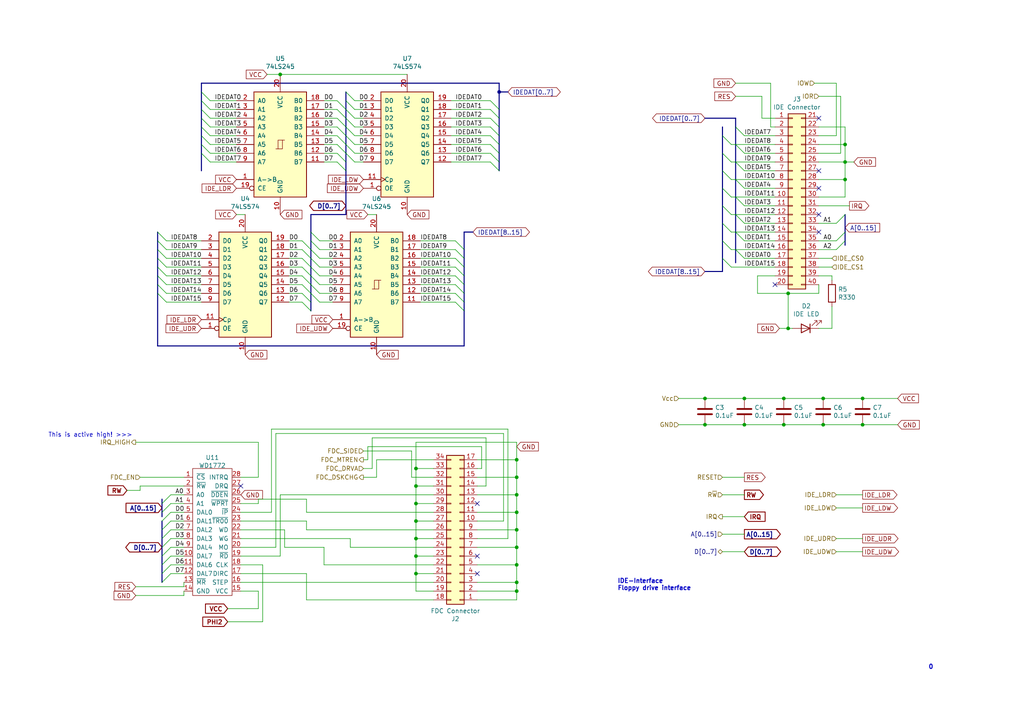
<source format=kicad_sch>
(kicad_sch (version 20231120) (generator "eeschema") (generator_version "8.0")
  (paper "A4")
  (lib_symbols
    (symbol "74xx:74LS245" (pin_names (offset 1.016))
      (property "Reference" "U" (at -7.62 16.51 0))
      (property "Value" "74LS245" (at -7.62 -16.51 0))
      (symbol "74LS245_1_0"
        (pin input line (at -12.7 -10.16 0) (length 5.08) (name "A->B") (number "1"))
        (pin power_in line (at 0 -20.32 90) (length 5.08) (name "GND") (number "10"))
        (pin tri_state line (at 12.7 -5.08 180) (length 5.08) (name "B7") (number "11"))
        (pin tri_state line (at 12.7 -2.54 180) (length 5.08) (name "B6") (number "12"))
        (pin tri_state line (at 12.7 0 180) (length 5.08) (name "B5") (number "13"))
        (pin tri_state line (at 12.7 2.54 180) (length 5.08) (name "B4") (number "14"))
        (pin tri_state line (at 12.7 5.08 180) (length 5.08) (name "B3") (number "15"))
        (pin tri_state line (at 12.7 7.62 180) (length 5.08) (name "B2") (number "16"))
        (pin tri_state line (at 12.7 10.16 180) (length 5.08) (name "B1") (number "17"))
        (pin tri_state line (at 12.7 12.7 180) (length 5.08) (name "B0") (number "18"))
        (pin input inverted (at -12.7 -12.7 0) (length 5.08) (name "CE") (number "19"))
        (pin tri_state line (at -12.7 12.7 0) (length 5.08) (name "A0") (number "2"))
        (pin power_in line (at 0 20.32 270) (length 5.08) (name "VCC") (number "20"))
        (pin tri_state line (at -12.7 10.16 0) (length 5.08) (name "A1") (number "3"))
        (pin tri_state line (at -12.7 7.62 0) (length 5.08) (name "A2") (number "4"))
        (pin tri_state line (at -12.7 5.08 0) (length 5.08) (name "A3") (number "5"))
        (pin tri_state line (at -12.7 2.54 0) (length 5.08) (name "A4") (number "6"))
        (pin tri_state line (at -12.7 0 0) (length 5.08) (name "A5") (number "7"))
        (pin tri_state line (at -12.7 -2.54 0) (length 5.08) (name "A6") (number "8"))
        (pin tri_state line (at -12.7 -5.08 0) (length 5.08) (name "A7") (number "9"))
      )
    )
    (symbol "74xx:74LS574" (pin_names (offset 1.016))
      (property "Reference" "U" (at -7.62 16.51 0))
      (property "Value" "74LS574" (at -7.62 -16.51 0))
      (symbol "74LS574_1_0"
        (pin input inverted (at -12.7 -12.7 0) (length 5.08) (name "OE") (number "1"))
        (pin power_in line (at 0 -20.32 90) (length 5.08) (name "GND") (number "10"))
        (pin input clock (at -12.7 -10.16 0) (length 5.08) (name "Cp") (number "11"))
        (pin tri_state line (at 12.7 -5.08 180) (length 5.08) (name "Q7") (number "12"))
        (pin tri_state line (at 12.7 -2.54 180) (length 5.08) (name "Q6") (number "13"))
        (pin tri_state line (at 12.7 0 180) (length 5.08) (name "Q5") (number "14"))
        (pin tri_state line (at 12.7 2.54 180) (length 5.08) (name "Q4") (number "15"))
        (pin tri_state line (at 12.7 5.08 180) (length 5.08) (name "Q3") (number "16"))
        (pin tri_state line (at 12.7 7.62 180) (length 5.08) (name "Q2") (number "17"))
        (pin tri_state line (at 12.7 10.16 180) (length 5.08) (name "Q1") (number "18"))
        (pin tri_state line (at 12.7 12.7 180) (length 5.08) (name "Q0") (number "19"))
        (pin input line (at -12.7 12.7 0) (length 5.08) (name "D0") (number "2"))
        (pin power_in line (at 0 20.32 270) (length 5.08) (name "VCC") (number "20"))
        (pin input line (at -12.7 10.16 0) (length 5.08) (name "D1") (number "3"))
        (pin input line (at -12.7 7.62 0) (length 5.08) (name "D2") (number "4"))
        (pin input line (at -12.7 5.08 0) (length 5.08) (name "D3") (number "5"))
        (pin input line (at -12.7 2.54 0) (length 5.08) (name "D4") (number "6"))
        (pin input line (at -12.7 0 0) (length 5.08) (name "D5") (number "7"))
        (pin input line (at -12.7 -2.54 0) (length 5.08) (name "D6") (number "8"))
        (pin input line (at -12.7 -5.08 0) (length 5.08) (name "D7") (number "9"))
      )
    )
    (symbol "Connector_Generic:Conn_02x17_Top_Bottom" (pin_names (offset 1.016) hide)
      (property "Reference" "J" (at 1.27 22.86 0))
      (property "Value" "Conn_02x17_Top_Bottom" (at 1.27 -22.86 0))
      (symbol "Conn_02x17_Top_Bottom_1_1"
        (pin passive line (at -5.08 20.32 0) (length 3.81) (name "Pin_1") (number "1"))
        (pin passive line (at -5.08 -2.54 0) (length 3.81) (name "Pin_10") (number "10"))
        (pin passive line (at -5.08 -5.08 0) (length 3.81) (name "Pin_11") (number "11"))
        (pin passive line (at -5.08 -7.62 0) (length 3.81) (name "Pin_12") (number "12"))
        (pin passive line (at -5.08 -10.16 0) (length 3.81) (name "Pin_13") (number "13"))
        (pin passive line (at -5.08 -12.7 0) (length 3.81) (name "Pin_14") (number "14"))
        (pin passive line (at -5.08 -15.24 0) (length 3.81) (name "Pin_15") (number "15"))
        (pin passive line (at -5.08 -17.78 0) (length 3.81) (name "Pin_16") (number "16"))
        (pin passive line (at -5.08 -20.32 0) (length 3.81) (name "Pin_17") (number "17"))
        (pin passive line (at 7.62 20.32 180) (length 3.81) (name "Pin_18") (number "18"))
        (pin passive line (at 7.62 17.78 180) (length 3.81) (name "Pin_19") (number "19"))
        (pin passive line (at -5.08 17.78 0) (length 3.81) (name "Pin_2") (number "2"))
        (pin passive line (at 7.62 15.24 180) (length 3.81) (name "Pin_20") (number "20"))
        (pin passive line (at 7.62 12.7 180) (length 3.81) (name "Pin_21") (number "21"))
        (pin passive line (at 7.62 10.16 180) (length 3.81) (name "Pin_22") (number "22"))
        (pin passive line (at 7.62 7.62 180) (length 3.81) (name "Pin_23") (number "23"))
        (pin passive line (at 7.62 5.08 180) (length 3.81) (name "Pin_24") (number "24"))
        (pin passive line (at 7.62 2.54 180) (length 3.81) (name "Pin_25") (number "25"))
        (pin passive line (at 7.62 0 180) (length 3.81) (name "Pin_26") (number "26"))
        (pin passive line (at 7.62 -2.54 180) (length 3.81) (name "Pin_27") (number "27"))
        (pin passive line (at 7.62 -5.08 180) (length 3.81) (name "Pin_28") (number "28"))
        (pin passive line (at 7.62 -7.62 180) (length 3.81) (name "Pin_29") (number "29"))
        (pin passive line (at -5.08 15.24 0) (length 3.81) (name "Pin_3") (number "3"))
        (pin passive line (at 7.62 -10.16 180) (length 3.81) (name "Pin_30") (number "30"))
        (pin passive line (at 7.62 -12.7 180) (length 3.81) (name "Pin_31") (number "31"))
        (pin passive line (at 7.62 -15.24 180) (length 3.81) (name "Pin_32") (number "32"))
        (pin passive line (at 7.62 -17.78 180) (length 3.81) (name "Pin_33") (number "33"))
        (pin passive line (at 7.62 -20.32 180) (length 3.81) (name "Pin_34") (number "34"))
        (pin passive line (at -5.08 12.7 0) (length 3.81) (name "Pin_4") (number "4"))
        (pin passive line (at -5.08 10.16 0) (length 3.81) (name "Pin_5") (number "5"))
        (pin passive line (at -5.08 7.62 0) (length 3.81) (name "Pin_6") (number "6"))
        (pin passive line (at -5.08 5.08 0) (length 3.81) (name "Pin_7") (number "7"))
        (pin passive line (at -5.08 2.54 0) (length 3.81) (name "Pin_8") (number "8"))
        (pin passive line (at -5.08 0 0) (length 3.81) (name "Pin_9") (number "9"))
      )
    )
    (symbol "Connector_Generic:Conn_02x20_Top_Bottom" (pin_names (offset 1.016) hide)
      (property "Reference" "J" (at 1.27 25.4 0))
      (property "Value" "Conn_02x20_Top_Bottom" (at 1.27 -27.94 0))
      (symbol "Conn_02x20_Top_Bottom_1_1"
        (pin passive line (at -5.08 22.86 0) (length 3.81) (name "Pin_1") (number "1"))
        (pin passive line (at -5.08 0 0) (length 3.81) (name "Pin_10") (number "10"))
        (pin passive line (at -5.08 -2.54 0) (length 3.81) (name "Pin_11") (number "11"))
        (pin passive line (at -5.08 -5.08 0) (length 3.81) (name "Pin_12") (number "12"))
        (pin passive line (at -5.08 -7.62 0) (length 3.81) (name "Pin_13") (number "13"))
        (pin passive line (at -5.08 -10.16 0) (length 3.81) (name "Pin_14") (number "14"))
        (pin passive line (at -5.08 -12.7 0) (length 3.81) (name "Pin_15") (number "15"))
        (pin passive line (at -5.08 -15.24 0) (length 3.81) (name "Pin_16") (number "16"))
        (pin passive line (at -5.08 -17.78 0) (length 3.81) (name "Pin_17") (number "17"))
        (pin passive line (at -5.08 -20.32 0) (length 3.81) (name "Pin_18") (number "18"))
        (pin passive line (at -5.08 -22.86 0) (length 3.81) (name "Pin_19") (number "19"))
        (pin passive line (at -5.08 20.32 0) (length 3.81) (name "Pin_2") (number "2"))
        (pin passive line (at -5.08 -25.4 0) (length 3.81) (name "Pin_20") (number "20"))
        (pin passive line (at 7.62 22.86 180) (length 3.81) (name "Pin_21") (number "21"))
        (pin passive line (at 7.62 20.32 180) (length 3.81) (name "Pin_22") (number "22"))
        (pin passive line (at 7.62 17.78 180) (length 3.81) (name "Pin_23") (number "23"))
        (pin passive line (at 7.62 15.24 180) (length 3.81) (name "Pin_24") (number "24"))
        (pin passive line (at 7.62 12.7 180) (length 3.81) (name "Pin_25") (number "25"))
        (pin passive line (at 7.62 10.16 180) (length 3.81) (name "Pin_26") (number "26"))
        (pin passive line (at 7.62 7.62 180) (length 3.81) (name "Pin_27") (number "27"))
        (pin passive line (at 7.62 5.08 180) (length 3.81) (name "Pin_28") (number "28"))
        (pin passive line (at 7.62 2.54 180) (length 3.81) (name "Pin_29") (number "29"))
        (pin passive line (at -5.08 17.78 0) (length 3.81) (name "Pin_3") (number "3"))
        (pin passive line (at 7.62 0 180) (length 3.81) (name "Pin_30") (number "30"))
        (pin passive line (at 7.62 -2.54 180) (length 3.81) (name "Pin_31") (number "31"))
        (pin passive line (at 7.62 -5.08 180) (length 3.81) (name "Pin_32") (number "32"))
        (pin passive line (at 7.62 -7.62 180) (length 3.81) (name "Pin_33") (number "33"))
        (pin passive line (at 7.62 -10.16 180) (length 3.81) (name "Pin_34") (number "34"))
        (pin passive line (at 7.62 -12.7 180) (length 3.81) (name "Pin_35") (number "35"))
        (pin passive line (at 7.62 -15.24 180) (length 3.81) (name "Pin_36") (number "36"))
        (pin passive line (at 7.62 -17.78 180) (length 3.81) (name "Pin_37") (number "37"))
        (pin passive line (at 7.62 -20.32 180) (length 3.81) (name "Pin_38") (number "38"))
        (pin passive line (at 7.62 -22.86 180) (length 3.81) (name "Pin_39") (number "39"))
        (pin passive line (at -5.08 15.24 0) (length 3.81) (name "Pin_4") (number "4"))
        (pin passive line (at 7.62 -25.4 180) (length 3.81) (name "Pin_40") (number "40"))
        (pin passive line (at -5.08 12.7 0) (length 3.81) (name "Pin_5") (number "5"))
        (pin passive line (at -5.08 10.16 0) (length 3.81) (name "Pin_6") (number "6"))
        (pin passive line (at -5.08 7.62 0) (length 3.81) (name "Pin_7") (number "7"))
        (pin passive line (at -5.08 5.08 0) (length 3.81) (name "Pin_8") (number "8"))
        (pin passive line (at -5.08 2.54 0) (length 3.81) (name "Pin_9") (number "9"))
      )
    )
    (symbol "Device:C" (pin_numbers hide) (pin_names (offset 0.254))
      (property "Reference" "C" (at 0.635 2.54 0))
      (property "Value" "C" (at 0.635 -2.54 0))
      (symbol "C_1_1"
        (pin passive line (at 0 3.81 270) (length 2.794) (name "~") (number "1"))
        (pin passive line (at 0 -3.81 90) (length 2.794) (name "~") (number "2"))
      )
    )
    (symbol "Device:LED" (pin_numbers hide) (pin_names (offset 1.016) hide)
      (property "Reference" "D" (at 0 2.54 0))
      (property "Value" "LED" (at 0 -2.54 0))
      (symbol "LED_1_1"
        (pin passive line (at -3.81 0 0) (length 2.54) (name "K") (number "1"))
        (pin passive line (at 3.81 0 180) (length 2.54) (name "A") (number "2"))
      )
    )
    (symbol "Device:R" (pin_numbers hide) (pin_names (offset 0))
      (property "Reference" "R" (at 2.032 0 90))
      (property "Value" "R" (at 0 0 90))
      (symbol "R_1_1"
        (pin passive line (at 0 3.81 270) (length 1.27) (name "~") (number "1"))
        (pin passive line (at 0 -3.81 90) (length 1.27) (name "~") (number "2"))
      )
    )
    (symbol "prometh_custom:WD1772" (pin_names (offset 1.016))
      (property "Reference" "U" (at -1.27 1.27 0))
      (property "Value" "WD1772" (at -1.27 -38.1 0))
      (symbol "WD1772_1_1"
        (pin input line (at -8.89 -2.54 0) (length 2.54) (name "~{CS}") (number "1"))
        (pin bidirectional line (at -8.89 -25.4 0) (length 2.54) (name "DAL7") (number "10"))
        (pin bidirectional line (at -8.89 -27.94 0) (length 2.54) (name "DAL6") (number "11"))
        (pin bidirectional line (at -8.89 -30.48 0) (length 2.54) (name "DAL7") (number "12"))
        (pin input line (at -8.89 -33.02 0) (length 2.54) (name "~{MR}") (number "13"))
        (pin power_in line (at -8.89 -35.56 0) (length 2.54) (name "GND") (number "14"))
        (pin power_in line (at 7.62 -35.56 180) (length 2.54) (name "VCC") (number "15"))
        (pin output line (at 7.62 -33.02 180) (length 2.54) (name "STEP") (number "16"))
        (pin output line (at 7.62 -30.48 180) (length 2.54) (name "DIRC") (number "17"))
        (pin input line (at 7.62 -27.94 180) (length 2.54) (name "CLK") (number "18"))
        (pin input line (at 7.62 -25.4 180) (length 2.54) (name "~{RD}") (number "19"))
        (pin input line (at -8.89 -5.08 0) (length 2.54) (name "~{RW}") (number "2"))
        (pin output line (at 7.62 -22.86 180) (length 2.54) (name "MO") (number "20"))
        (pin output line (at 7.62 -20.32 180) (length 2.54) (name "WG") (number "21"))
        (pin output line (at 7.62 -17.78 180) (length 2.54) (name "WD") (number "22"))
        (pin input line (at 7.62 -15.24 180) (length 2.54) (name "~{TR00}") (number "23"))
        (pin input line (at 7.62 -12.7 180) (length 2.54) (name "~{IP}") (number "24"))
        (pin input line (at 7.62 -10.16 180) (length 2.54) (name "~{WPRT}") (number "25"))
        (pin input line (at 7.62 -7.62 180) (length 2.54) (name "~{DDEN}") (number "26"))
        (pin output line (at 7.62 -5.08 180) (length 2.54) (name "DRQ") (number "27"))
        (pin output line (at 7.62 -2.54 180) (length 2.54) (name "INTRQ") (number "28"))
        (pin input line (at -8.89 -7.62 0) (length 2.54) (name "A0") (number "3"))
        (pin input line (at -8.89 -10.16 0) (length 2.54) (name "A1") (number "4"))
        (pin bidirectional line (at -8.89 -12.7 0) (length 2.54) (name "DAL0") (number "5"))
        (pin bidirectional line (at -8.89 -15.24 0) (length 2.54) (name "DAL1") (number "6"))
        (pin bidirectional line (at -8.89 -17.78 0) (length 2.54) (name "DAL2") (number "7"))
        (pin bidirectional line (at -8.89 -20.32 0) (length 2.54) (name "DAL3") (number "8"))
        (pin bidirectional line (at -8.89 -22.86 0) (length 2.54) (name "DAL4") (number "9"))
      )
    )
  )
  (junction (at 149.86 138.43))
  (junction (at 120.65 146.05))
  (junction (at 204.47 115.57))
  (junction (at 227.33 123.19))
  (junction (at 149.86 153.67))
  (junction (at 149.86 163.83))
  (junction (at 120.65 166.37))
  (junction (at 120.65 135.89))
  (junction (at 120.65 140.97))
  (junction (at 215.9 123.19))
  (junction (at 120.65 161.29))
  (junction (at 228.6 95.25))
  (junction (at 228.6 85.09))
  (junction (at 81.28 21.59))
  (junction (at 238.76 115.57))
  (junction (at 215.9 115.57))
  (junction (at 149.86 148.59))
  (junction (at 250.19 123.19))
  (junction (at 149.86 168.91))
  (junction (at 245.11 46.99))
  (junction (at 245.11 52.07))
  (junction (at 204.47 123.19))
  (junction (at 245.11 41.91))
  (junction (at 149.86 171.45))
  (junction (at 149.86 143.51))
  (junction (at 250.19 115.57))
  (junction (at 120.65 156.21))
  (junction (at 149.86 158.75))
  (junction (at 144.78 26.67))
  (junction (at 149.86 133.35))
  (junction (at 227.33 115.57))
  (junction (at 120.65 151.13))
  (junction (at 238.76 123.19))
  (no_connect (at 224.79 82.55))
  (no_connect (at 138.43 146.05))
  (no_connect (at 237.49 62.23))
  (no_connect (at 237.49 67.31))
  (no_connect (at 237.49 34.29))
  (no_connect (at 138.43 161.29))
  (no_connect (at 237.49 49.53))
  (no_connect (at 69.85 140.97))
  (no_connect (at 138.43 166.37))
  (no_connect (at 237.49 54.61))
  (bus_entry (at 87.63 72.39) (size 2.54 2.54))
  (bus_entry (at 58.42 26.67) (size 2.54 2.54))
  (bus_entry (at 45.72 85.09) (size 2.54 2.54))
  (bus_entry (at 100.33 34.29) (size 2.54 2.54))
  (bus_entry (at 90.17 82.55) (size 2.54 2.54))
  (bus_entry (at 58.42 31.75) (size 2.54 2.54))
  (bus_entry (at 46.99 153.67) (size 2.54 -2.54))
  (bus_entry (at 58.42 39.37) (size 2.54 2.54))
  (bus_entry (at 46.99 163.83) (size 2.54 -2.54))
  (bus_entry (at 90.17 67.31) (size 2.54 2.54))
  (bus_entry (at 132.08 82.55) (size 2.54 2.54))
  (bus_entry (at 90.17 74.93) (size 2.54 2.54))
  (bus_entry (at 90.17 69.85) (size 2.54 2.54))
  (bus_entry (at 87.63 77.47) (size 2.54 2.54))
  (bus_entry (at 45.72 74.93) (size 2.54 2.54))
  (bus_entry (at 49.53 146.05) (size -2.54 2.54))
  (bus_entry (at 97.79 29.21) (size 2.54 2.54))
  (bus_entry (at 142.24 39.37) (size 2.54 2.54))
  (bus_entry (at 209.55 74.93) (size 2.54 2.54))
  (bus_entry (at 46.99 151.13) (size 2.54 -2.54))
  (bus_entry (at 209.55 59.69) (size 2.54 2.54))
  (bus_entry (at 213.36 46.99) (size 2.54 2.54))
  (bus_entry (at 45.72 82.55) (size 2.54 2.54))
  (bus_entry (at 58.42 34.29) (size 2.54 2.54))
  (bus_entry (at 213.36 62.23) (size 2.54 2.54))
  (bus_entry (at 132.08 69.85) (size 2.54 2.54))
  (bus_entry (at 142.24 34.29) (size 2.54 2.54))
  (bus_entry (at 132.08 74.93) (size 2.54 2.54))
  (bus_entry (at 132.08 72.39) (size 2.54 2.54))
  (bus_entry (at 97.79 44.45) (size 2.54 2.54))
  (bus_entry (at 213.36 57.15) (size 2.54 2.54))
  (bus_entry (at 87.63 74.93) (size 2.54 2.54))
  (bus_entry (at 45.72 69.85) (size 2.54 2.54))
  (bus_entry (at 97.79 36.83) (size 2.54 2.54))
  (bus_entry (at 100.33 29.21) (size 2.54 2.54))
  (bus_entry (at 100.33 26.67) (size 2.54 2.54))
  (bus_entry (at 46.99 166.37) (size 2.54 -2.54))
  (bus_entry (at 87.63 87.63) (size 2.54 2.54))
  (bus_entry (at 87.63 69.85) (size 2.54 2.54))
  (bus_entry (at 209.55 69.85) (size 2.54 2.54))
  (bus_entry (at 97.79 46.99) (size 2.54 2.54))
  (bus_entry (at 209.55 39.37) (size 2.54 2.54))
  (bus_entry (at 87.63 85.09) (size 2.54 2.54))
  (bus_entry (at 87.63 82.55) (size 2.54 2.54))
  (bus_entry (at 132.08 85.09) (size 2.54 2.54))
  (bus_entry (at 142.24 29.21) (size 2.54 2.54))
  (bus_entry (at 46.99 168.91) (size 2.54 -2.54))
  (bus_entry (at 142.24 31.75) (size 2.54 2.54))
  (bus_entry (at 90.17 85.09) (size 2.54 2.54))
  (bus_entry (at 142.24 46.99) (size 2.54 2.54))
  (bus_entry (at 213.36 67.31) (size 2.54 2.54))
  (bus_entry (at 209.55 49.53) (size 2.54 2.54))
  (bus_entry (at 49.53 143.51) (size -2.54 2.54))
  (bus_entry (at 209.55 44.45) (size 2.54 2.54))
  (bus_entry (at 97.79 39.37) (size 2.54 2.54))
  (bus_entry (at 90.17 77.47) (size 2.54 2.54))
  (bus_entry (at 90.17 80.01) (size 2.54 2.54))
  (bus_entry (at 58.42 36.83) (size 2.54 2.54))
  (bus_entry (at 46.99 158.75) (size 2.54 -2.54))
  (bus_entry (at 97.79 34.29) (size 2.54 2.54))
  (bus_entry (at 100.33 44.45) (size 2.54 2.54))
  (bus_entry (at 213.36 52.07) (size 2.54 2.54))
  (bus_entry (at 213.36 36.83) (size 2.54 2.54))
  (bus_entry (at 46.99 156.21) (size 2.54 -2.54))
  (bus_entry (at 90.17 72.39) (size 2.54 2.54))
  (bus_entry (at 209.55 54.61) (size 2.54 2.54))
  (bus_entry (at 209.55 64.77) (size 2.54 2.54))
  (bus_entry (at 46.99 161.29) (size 2.54 -2.54))
  (bus_entry (at 142.24 36.83) (size 2.54 2.54))
  (bus_entry (at 242.57 64.77) (size 2.54 -2.54))
  (bus_entry (at 45.72 80.01) (size 2.54 2.54))
  (bus_entry (at 100.33 31.75) (size 2.54 2.54))
  (bus_entry (at 142.24 44.45) (size 2.54 2.54))
  (bus_entry (at 100.33 36.83) (size 2.54 2.54))
  (bus_entry (at 100.33 41.91) (size 2.54 2.54))
  (bus_entry (at 58.42 29.21) (size 2.54 2.54))
  (bus_entry (at 142.24 41.91) (size 2.54 2.54))
  (bus_entry (at 132.08 87.63) (size 2.54 2.54))
  (bus_entry (at 45.72 77.47) (size 2.54 2.54))
  (bus_entry (at 132.08 77.47) (size 2.54 2.54))
  (bus_entry (at 242.57 72.39) (size 2.54 -2.54))
  (bus_entry (at 242.57 69.85) (size 2.54 -2.54))
  (bus_entry (at 58.42 41.91) (size 2.54 2.54))
  (bus_entry (at 213.36 72.39) (size 2.54 2.54))
  (bus_entry (at 213.36 41.91) (size 2.54 2.54))
  (bus_entry (at 97.79 31.75) (size 2.54 2.54))
  (bus_entry (at 45.72 72.39) (size 2.54 2.54))
  (bus_entry (at 87.63 80.01) (size 2.54 2.54))
  (bus_entry (at 132.08 80.01) (size 2.54 2.54))
  (bus_entry (at 97.79 41.91) (size 2.54 2.54))
  (bus_entry (at 100.33 39.37) (size 2.54 2.54))
  (bus_entry (at 45.72 67.31) (size 2.54 2.54))
  (bus_entry (at 58.42 44.45) (size 2.54 2.54))
  (wire (pts (xy 138.43 153.67) (xy 149.86 153.67)))
  (wire (pts (xy 224.79 64.77) (xy 215.9 64.77)))
  (bus (pts (xy 45.72 82.55) (xy 45.72 85.09)))
  (bus (pts (xy 100.33 46.99) (xy 100.33 49.53)))
  (bus (pts (xy 100.33 49.53) (xy 100.33 62.23)))
  (wire (pts (xy 92.71 72.39) (xy 96.52 72.39)))
  (wire (pts (xy 209.55 138.43) (xy 215.9 138.43)))
  (bus (pts (xy 144.78 24.13) (xy 144.78 26.67)))
  (wire (pts (xy 69.85 158.75) (xy 80.01 158.75)))
  (wire (pts (xy 120.65 151.13) (xy 120.65 146.05)))
  (wire (pts (xy 212.09 41.91) (xy 213.36 41.91)))
  (wire (pts (xy 224.79 49.53) (xy 215.9 49.53)))
  (wire (pts (xy 49.53 163.83) (xy 53.34 163.83)))
  (bus (pts (xy 144.78 34.29) (xy 144.78 36.83)))
  (wire (pts (xy 227.33 115.57) (xy 215.9 115.57)))
  (wire (pts (xy 212.09 46.99) (xy 213.36 46.99)))
  (wire (pts (xy 125.73 151.13) (xy 120.65 151.13)))
  (bus (pts (xy 46.99 158.75) (xy 46.99 161.29)))
  (bus (pts (xy 134.62 82.55) (xy 134.62 85.09)))
  (wire (pts (xy 149.86 133.35) (xy 149.86 128.27)))
  (wire (pts (xy 149.86 173.99) (xy 149.86 171.45)))
  (wire (pts (xy 237.49 36.83) (xy 245.11 36.83)))
  (bus (pts (xy 46.99 161.29) (xy 46.99 163.83)))
  (wire (pts (xy 39.37 172.72) (xy 53.34 172.72)))
  (wire (pts (xy 209.55 160.02) (xy 215.9 160.02)))
  (wire (pts (xy 69.85 168.91) (xy 125.73 168.91)))
  (wire (pts (xy 105.41 135.89) (xy 107.95 135.89)))
  (wire (pts (xy 237.49 72.39) (xy 242.57 72.39)))
  (bus (pts (xy 90.17 72.39) (xy 90.17 74.93)))
  (wire (pts (xy 138.43 171.45) (xy 149.86 171.45)))
  (wire (pts (xy 93.98 158.75) (xy 82.55 158.75)))
  (wire (pts (xy 138.43 163.83) (xy 149.86 163.83)))
  (wire (pts (xy 242.57 147.32) (xy 250.19 147.32)))
  (bus (pts (xy 90.17 80.01) (xy 90.17 82.55)))
  (bus (pts (xy 100.33 31.75) (xy 100.33 34.29)))
  (wire (pts (xy 80.01 125.73) (xy 146.05 125.73)))
  (bus (pts (xy 209.55 64.77) (xy 209.55 69.85)))
  (bus (pts (xy 58.42 26.67) (xy 58.42 29.21)))
  (wire (pts (xy 237.49 64.77) (xy 242.57 64.77)))
  (wire (pts (xy 81.28 161.29) (xy 81.28 143.51)))
  (wire (pts (xy 213.36 24.13) (xy 223.52 24.13)))
  (wire (pts (xy 224.79 34.29) (xy 220.98 34.29)))
  (wire (pts (xy 219.71 80.01) (xy 219.71 85.09)))
  (wire (pts (xy 88.9 148.59) (xy 88.9 144.78)))
  (wire (pts (xy 102.87 34.29) (xy 105.41 34.29)))
  (wire (pts (xy 242.57 143.51) (xy 250.19 143.51)))
  (wire (pts (xy 237.49 74.93) (xy 241.3 74.93)))
  (wire (pts (xy 66.04 176.53) (xy 74.93 176.53)))
  (wire (pts (xy 237.49 27.94) (xy 243.84 27.94)))
  (wire (pts (xy 138.43 133.35) (xy 149.86 133.35)))
  (wire (pts (xy 83.82 74.93) (xy 87.63 74.93)))
  (wire (pts (xy 49.53 166.37) (xy 53.34 166.37)))
  (wire (pts (xy 92.71 69.85) (xy 96.52 69.85)))
  (wire (pts (xy 120.65 166.37) (xy 120.65 161.29)))
  (bus (pts (xy 100.33 26.67) (xy 100.33 29.21)))
  (wire (pts (xy 125.73 156.21) (xy 120.65 156.21)))
  (bus (pts (xy 45.72 67.31) (xy 45.72 69.85)))
  (wire (pts (xy 48.26 87.63) (xy 58.42 87.63)))
  (bus (pts (xy 90.17 74.93) (xy 90.17 77.47)))
  (wire (pts (xy 78.74 148.59) (xy 69.85 148.59)))
  (wire (pts (xy 204.47 115.57) (xy 196.85 115.57)))
  (wire (pts (xy 138.43 148.59) (xy 149.86 148.59)))
  (wire (pts (xy 209.55 154.94) (xy 215.9 154.94)))
  (bus (pts (xy 134.62 67.31) (xy 134.62 72.39)))
  (wire (pts (xy 81.28 21.59) (xy 118.11 21.59)))
  (wire (pts (xy 68.58 29.21) (xy 60.96 29.21)))
  (wire (pts (xy 102.87 41.91) (xy 105.41 41.91)))
  (wire (pts (xy 149.86 153.67) (xy 149.86 148.59)))
  (bus (pts (xy 213.36 62.23) (xy 213.36 67.31)))
  (wire (pts (xy 102.87 39.37) (xy 105.41 39.37)))
  (wire (pts (xy 53.34 172.72) (xy 53.34 171.45)))
  (wire (pts (xy 241.3 77.47) (xy 237.49 77.47)))
  (wire (pts (xy 81.28 143.51) (xy 125.73 143.51)))
  (bus (pts (xy 213.36 72.39) (xy 213.36 76.2)))
  (wire (pts (xy 106.68 62.23) (xy 109.22 62.23)))
  (wire (pts (xy 237.49 69.85) (xy 242.57 69.85)))
  (bus (pts (xy 46.99 144.78) (xy 46.99 146.05)))
  (wire (pts (xy 245.11 52.07) (xy 245.11 46.99)))
  (bus (pts (xy 90.17 82.55) (xy 90.17 85.09)))
  (bus (pts (xy 58.42 31.75) (xy 58.42 34.29)))
  (wire (pts (xy 49.53 158.75) (xy 53.34 158.75)))
  (bus (pts (xy 58.42 29.21) (xy 58.42 31.75)))
  (wire (pts (xy 224.79 54.61) (xy 215.9 54.61)))
  (wire (pts (xy 109.22 138.43) (xy 105.41 138.43)))
  (bus (pts (xy 209.55 59.69) (xy 209.55 64.77)))
  (wire (pts (xy 48.26 69.85) (xy 58.42 69.85)))
  (bus (pts (xy 144.78 41.91) (xy 144.78 44.45)))
  (wire (pts (xy 213.36 52.07) (xy 224.79 52.07)))
  (bus (pts (xy 45.72 77.47) (xy 45.72 80.01)))
  (bus (pts (xy 46.99 148.59) (xy 46.99 149.86)))
  (bus (pts (xy 134.62 87.63) (xy 134.62 90.17)))
  (wire (pts (xy 149.86 148.59) (xy 149.86 143.51)))
  (wire (pts (xy 120.65 156.21) (xy 120.65 151.13)))
  (wire (pts (xy 224.79 44.45) (xy 215.9 44.45)))
  (wire (pts (xy 250.19 123.19) (xy 260.35 123.19)))
  (wire (pts (xy 120.65 140.97) (xy 125.73 140.97)))
  (wire (pts (xy 242.57 24.13) (xy 242.57 39.37)))
  (bus (pts (xy 213.36 36.83) (xy 213.36 41.91)))
  (wire (pts (xy 149.86 168.91) (xy 149.86 163.83)))
  (wire (pts (xy 121.92 80.01) (xy 132.08 80.01)))
  (wire (pts (xy 125.73 161.29) (xy 120.65 161.29)))
  (wire (pts (xy 88.9 173.99) (xy 125.73 173.99)))
  (wire (pts (xy 237.49 57.15) (xy 245.11 57.15)))
  (wire (pts (xy 209.55 143.51) (xy 215.9 143.51)))
  (bus (pts (xy 100.33 36.83) (xy 100.33 39.37)))
  (wire (pts (xy 83.82 85.09) (xy 87.63 85.09)))
  (wire (pts (xy 242.57 39.37) (xy 237.49 39.37)))
  (wire (pts (xy 78.74 124.46) (xy 147.32 124.46)))
  (wire (pts (xy 130.81 44.45) (xy 142.24 44.45)))
  (wire (pts (xy 237.49 82.55) (xy 237.49 85.09)))
  (wire (pts (xy 39.37 128.27) (xy 74.93 128.27)))
  (wire (pts (xy 121.92 85.09) (xy 132.08 85.09)))
  (bus (pts (xy 58.42 39.37) (xy 58.42 41.91)))
  (wire (pts (xy 92.71 74.93) (xy 96.52 74.93)))
  (bus (pts (xy 213.36 34.29) (xy 213.36 36.83)))
  (wire (pts (xy 102.87 36.83) (xy 105.41 36.83)))
  (wire (pts (xy 242.57 160.02) (xy 250.19 160.02)))
  (wire (pts (xy 68.58 36.83) (xy 60.96 36.83)))
  (wire (pts (xy 107.95 127) (xy 107.95 135.89)))
  (wire (pts (xy 53.34 146.05) (xy 49.53 146.05)))
  (wire (pts (xy 212.09 77.47) (xy 224.79 77.47)))
  (wire (pts (xy 247.65 46.99) (xy 245.11 46.99)))
  (wire (pts (xy 68.58 41.91) (xy 60.96 41.91)))
  (bus (pts (xy 100.33 41.91) (xy 100.33 44.45)))
  (wire (pts (xy 130.81 29.21) (xy 142.24 29.21)))
  (wire (pts (xy 93.98 29.21) (xy 97.79 29.21)))
  (wire (pts (xy 93.98 34.29) (xy 97.79 34.29)))
  (wire (pts (xy 121.92 69.85) (xy 132.08 69.85)))
  (wire (pts (xy 69.85 171.45) (xy 74.93 171.45)))
  (wire (pts (xy 212.09 57.15) (xy 213.36 57.15)))
  (wire (pts (xy 215.9 123.19) (xy 227.33 123.19)))
  (wire (pts (xy 237.49 52.07) (xy 245.11 52.07)))
  (wire (pts (xy 120.65 171.45) (xy 120.65 166.37)))
  (wire (pts (xy 120.65 140.97) (xy 120.65 135.89)))
  (bus (pts (xy 213.36 41.91) (xy 213.36 46.99)))
  (wire (pts (xy 130.81 36.83) (xy 142.24 36.83)))
  (bus (pts (xy 245.11 62.23) (xy 245.11 67.31)))
  (wire (pts (xy 69.85 151.13) (xy 88.9 151.13)))
  (wire (pts (xy 82.55 158.75) (xy 82.55 153.67)))
  (wire (pts (xy 241.3 80.01) (xy 237.49 80.01)))
  (bus (pts (xy 209.55 54.61) (xy 209.55 59.69)))
  (wire (pts (xy 212.09 52.07) (xy 213.36 52.07)))
  (wire (pts (xy 149.86 158.75) (xy 149.86 153.67)))
  (bus (pts (xy 45.72 72.39) (xy 45.72 74.93)))
  (wire (pts (xy 82.55 153.67) (xy 69.85 153.67)))
  (bus (pts (xy 45.72 85.09) (xy 45.72 100.33)))
  (wire (pts (xy 49.53 156.21) (xy 53.34 156.21)))
  (wire (pts (xy 40.64 140.97) (xy 40.64 142.24)))
  (wire (pts (xy 228.6 95.25) (xy 229.87 95.25)))
  (wire (pts (xy 102.87 44.45) (xy 105.41 44.45)))
  (wire (pts (xy 213.36 72.39) (xy 224.79 72.39)))
  (wire (pts (xy 241.3 95.25) (xy 241.3 88.9)))
  (wire (pts (xy 140.97 127) (xy 107.95 127)))
  (bus (pts (xy 46.99 163.83) (xy 46.99 166.37)))
  (wire (pts (xy 49.53 153.67) (xy 53.34 153.67)))
  (bus (pts (xy 90.17 77.47) (xy 90.17 80.01)))
  (wire (pts (xy 119.38 138.43) (xy 119.38 130.81)))
  (bus (pts (xy 90.17 69.85) (xy 90.17 72.39)))
  (bus (pts (xy 58.42 24.13) (xy 58.42 26.67)))
  (wire (pts (xy 69.85 161.29) (xy 81.28 161.29)))
  (wire (pts (xy 212.09 62.23) (xy 213.36 62.23)))
  (wire (pts (xy 93.98 39.37) (xy 97.79 39.37)))
  (wire (pts (xy 92.71 77.47) (xy 96.52 77.47)))
  (wire (pts (xy 68.58 39.37) (xy 60.96 39.37)))
  (wire (pts (xy 125.73 163.83) (xy 93.98 163.83)))
  (wire (pts (xy 130.81 41.91) (xy 142.24 41.91)))
  (wire (pts (xy 213.36 57.15) (xy 224.79 57.15)))
  (wire (pts (xy 121.92 74.93) (xy 132.08 74.93)))
  (wire (pts (xy 209.55 149.86) (xy 215.9 149.86)))
  (bus (pts (xy 46.99 166.37) (xy 46.99 168.91)))
  (wire (pts (xy 48.26 85.09) (xy 58.42 85.09)))
  (wire (pts (xy 92.71 87.63) (xy 96.52 87.63)))
  (wire (pts (xy 81.28 21.59) (xy 77.47 21.59)))
  (wire (pts (xy 106.68 129.54) (xy 106.68 133.35)))
  (wire (pts (xy 121.92 82.55) (xy 132.08 82.55)))
  (wire (pts (xy 125.73 166.37) (xy 120.65 166.37)))
  (wire (pts (xy 105.41 133.35) (xy 106.68 133.35)))
  (wire (pts (xy 212.09 72.39) (xy 213.36 72.39)))
  (bus (pts (xy 209.55 78.74) (xy 204.47 78.74)))
  (wire (pts (xy 228.6 85.09) (xy 237.49 85.09)))
  (wire (pts (xy 74.93 146.05) (xy 69.85 146.05)))
  (wire (pts (xy 213.36 46.99) (xy 224.79 46.99)))
  (wire (pts (xy 119.38 130.81) (xy 105.41 130.81)))
  (wire (pts (xy 93.98 36.83) (xy 97.79 36.83)))
  (wire (pts (xy 138.43 135.89) (xy 139.7 135.89)))
  (wire (pts (xy 138.43 138.43) (xy 149.86 138.43)))
  (bus (pts (xy 213.36 52.07) (xy 213.36 57.15)))
  (wire (pts (xy 130.81 46.99) (xy 142.24 46.99)))
  (bus (pts (xy 134.62 90.17) (xy 134.62 100.33)))
  (wire (pts (xy 102.87 31.75) (xy 105.41 31.75)))
  (wire (pts (xy 49.53 148.59) (xy 53.34 148.59)))
  (wire (pts (xy 245.11 41.91) (xy 245.11 36.83)))
  (wire (pts (xy 236.22 24.13) (xy 242.57 24.13)))
  (wire (pts (xy 237.49 41.91) (xy 245.11 41.91)))
  (wire (pts (xy 76.2 180.34) (xy 76.2 163.83)))
  (wire (pts (xy 245.11 57.15) (xy 245.11 52.07)))
  (wire (pts (xy 223.52 24.13) (xy 223.52 36.83)))
  (wire (pts (xy 69.85 138.43) (xy 74.93 138.43)))
  (wire (pts (xy 88.9 144.78) (xy 74.93 144.78)))
  (wire (pts (xy 53.34 140.97) (xy 40.64 140.97)))
  (bus (pts (xy 213.36 67.31) (xy 213.36 72.39)))
  (bus (pts (xy 100.33 34.29) (xy 100.33 36.83)))
  (wire (pts (xy 93.98 163.83) (xy 93.98 158.75)))
  (wire (pts (xy 68.58 44.45) (xy 60.96 44.45)))
  (bus (pts (xy 46.99 151.13) (xy 46.99 153.67)))
  (wire (pts (xy 74.93 138.43) (xy 74.93 128.27)))
  (wire (pts (xy 146.05 125.73) (xy 146.05 151.13)))
  (wire (pts (xy 246.38 59.69) (xy 237.49 59.69)))
  (wire (pts (xy 83.82 72.39) (xy 87.63 72.39)))
  (wire (pts (xy 220.98 34.29) (xy 220.98 27.94)))
  (wire (pts (xy 140.97 140.97) (xy 140.97 127)))
  (wire (pts (xy 138.43 168.91) (xy 149.86 168.91)))
  (bus (pts (xy 45.72 69.85) (xy 45.72 72.39)))
  (bus (pts (xy 134.62 77.47) (xy 134.62 80.01)))
  (wire (pts (xy 243.84 27.94) (xy 243.84 44.45)))
  (wire (pts (xy 125.73 171.45) (xy 120.65 171.45)))
  (wire (pts (xy 215.9 115.57) (xy 204.47 115.57)))
  (wire (pts (xy 238.76 115.57) (xy 227.33 115.57)))
  (bus (pts (xy 45.72 100.33) (xy 134.62 100.33)))
  (wire (pts (xy 88.9 153.67) (xy 125.73 153.67)))
  (bus (pts (xy 144.78 44.45) (xy 144.78 46.99)))
  (wire (pts (xy 213.36 62.23) (xy 224.79 62.23)))
  (bus (pts (xy 100.33 29.21) (xy 100.33 31.75)))
  (wire (pts (xy 138.43 143.51) (xy 149.86 143.51)))
  (bus (pts (xy 144.78 39.37) (xy 144.78 41.91)))
  (wire (pts (xy 93.98 41.91) (xy 97.79 41.91)))
  (bus (pts (xy 58.42 44.45) (xy 58.42 49.53)))
  (wire (pts (xy 49.53 151.13) (xy 53.34 151.13)))
  (bus (pts (xy 90.17 87.63) (xy 90.17 90.17)))
  (wire (pts (xy 219.71 85.09) (xy 228.6 85.09)))
  (wire (pts (xy 237.49 95.25) (xy 241.3 95.25)))
  (wire (pts (xy 49.53 161.29) (xy 53.34 161.29)))
  (bus (pts (xy 144.78 36.83) (xy 144.78 39.37)))
  (wire (pts (xy 238.76 123.19) (xy 250.19 123.19)))
  (wire (pts (xy 227.33 123.19) (xy 238.76 123.19)))
  (bus (pts (xy 134.62 72.39) (xy 134.62 74.93)))
  (wire (pts (xy 138.43 156.21) (xy 147.32 156.21)))
  (bus (pts (xy 245.11 69.85) (xy 245.11 71.12)))
  (wire (pts (xy 92.71 85.09) (xy 96.52 85.09)))
  (wire (pts (xy 125.73 138.43) (xy 119.38 138.43)))
  (wire (pts (xy 243.84 44.45) (xy 237.49 44.45)))
  (wire (pts (xy 130.81 31.75) (xy 142.24 31.75)))
  (wire (pts (xy 101.6 156.21) (xy 69.85 156.21)))
  (wire (pts (xy 53.34 170.18) (xy 53.34 168.91)))
  (bus (pts (xy 209.55 44.45) (xy 209.55 49.53)))
  (wire (pts (xy 125.73 133.35) (xy 109.22 133.35)))
  (bus (pts (xy 134.62 80.01) (xy 134.62 82.55)))
  (wire (pts (xy 93.98 46.99) (xy 97.79 46.99)))
  (wire (pts (xy 101.6 158.75) (xy 101.6 156.21)))
  (bus (pts (xy 46.99 146.05) (xy 46.99 148.59)))
  (wire (pts (xy 125.73 148.59) (xy 88.9 148.59)))
  (wire (pts (xy 109.22 133.35) (xy 109.22 138.43)))
  (wire (pts (xy 66.04 180.34) (xy 76.2 180.34)))
  (wire (pts (xy 138.43 173.99) (xy 149.86 173.99)))
  (wire (pts (xy 48.26 82.55) (xy 58.42 82.55)))
  (bus (pts (xy 209.55 49.53) (xy 209.55 54.61)))
  (bus (pts (xy 213.36 57.15) (xy 213.36 62.23)))
  (wire (pts (xy 121.92 72.39) (xy 132.08 72.39)))
  (wire (pts (xy 213.36 27.94) (xy 220.98 27.94)))
  (wire (pts (xy 40.64 142.24) (xy 36.83 142.24)))
  (wire (pts (xy 224.79 39.37) (xy 215.9 39.37)))
  (wire (pts (xy 102.87 29.21) (xy 105.41 29.21)))
  (wire (pts (xy 149.86 163.83) (xy 149.86 158.75)))
  (wire (pts (xy 146.05 151.13) (xy 138.43 151.13)))
  (bus (pts (xy 245.11 67.31) (xy 245.11 69.85)))
  (wire (pts (xy 48.26 80.01) (xy 58.42 80.01)))
  (bus (pts (xy 213.36 34.29) (xy 204.47 34.29)))
  (wire (pts (xy 120.65 135.89) (xy 120.65 128.27)))
  (wire (pts (xy 237.49 46.99) (xy 245.11 46.99)))
  (bus (pts (xy 134.62 74.93) (xy 134.62 77.47)))
  (wire (pts (xy 93.98 31.75) (xy 97.79 31.75)))
  (bus (pts (xy 144.78 46.99) (xy 144.78 49.53)))
  (bus (pts (xy 58.42 41.91) (xy 58.42 44.45)))
  (bus (pts (xy 46.99 156.21) (xy 46.99 158.75)))
  (wire (pts (xy 130.81 39.37) (xy 142.24 39.37)))
  (wire (pts (xy 224.79 74.93) (xy 215.9 74.93)))
  (wire (pts (xy 260.35 115.57) (xy 250.19 115.57)))
  (bus (pts (xy 45.72 74.93) (xy 45.72 77.47)))
  (wire (pts (xy 83.82 80.01) (xy 87.63 80.01)))
  (wire (pts (xy 138.43 158.75) (xy 149.86 158.75)))
  (bus (pts (xy 100.33 39.37) (xy 100.33 41.91)))
  (wire (pts (xy 48.26 72.39) (xy 58.42 72.39)))
  (wire (pts (xy 147.32 124.46) (xy 147.32 156.21)))
  (bus (pts (xy 100.33 44.45) (xy 100.33 46.99)))
  (wire (pts (xy 125.73 158.75) (xy 101.6 158.75)))
  (wire (pts (xy 228.6 95.25) (xy 228.6 85.09)))
  (wire (pts (xy 139.7 129.54) (xy 106.68 129.54)))
  (wire (pts (xy 224.79 36.83) (xy 223.52 36.83)))
  (bus (pts (xy 45.72 80.01) (xy 45.72 82.55)))
  (bus (pts (xy 209.55 69.85) (xy 209.55 74.93)))
  (wire (pts (xy 76.2 163.83) (xy 69.85 163.83)))
  (bus (pts (xy 144.78 26.67) (xy 144.78 31.75)))
  (wire (pts (xy 80.01 158.75) (xy 80.01 125.73)))
  (bus (pts (xy 100.33 62.23) (xy 90.17 62.23)))
  (wire (pts (xy 224.79 59.69) (xy 215.9 59.69)))
  (wire (pts (xy 149.86 143.51) (xy 149.86 138.43)))
  (bus (pts (xy 209.55 74.93) (xy 209.55 78.74)))
  (bus (pts (xy 209.55 39.37) (xy 209.55 44.45)))
  (wire (pts (xy 53.34 138.43) (xy 40.64 138.43)))
  (wire (pts (xy 48.26 74.93) (xy 58.42 74.93)))
  (wire (pts (xy 74.93 171.45) (xy 74.93 176.53)))
  (wire (pts (xy 245.11 46.99) (xy 245.11 41.91)))
  (wire (pts (xy 83.82 69.85) (xy 87.63 69.85)))
  (bus (pts (xy 90.17 62.23) (xy 90.17 67.31)))
  (wire (pts (xy 92.71 82.55) (xy 96.52 82.55)))
  (wire (pts (xy 102.87 46.99) (xy 105.41 46.99)))
  (bus (pts (xy 134.62 85.09) (xy 134.62 87.63)))
  (wire (pts (xy 212.09 67.31) (xy 213.36 67.31)))
  (wire (pts (xy 213.36 67.31) (xy 224.79 67.31)))
  (wire (pts (xy 120.65 128.27) (xy 149.86 128.27)))
  (wire (pts (xy 139.7 135.89) (xy 139.7 129.54)))
  (bus (pts (xy 90.17 85.09) (xy 90.17 87.63)))
  (wire (pts (xy 213.36 41.91) (xy 224.79 41.91)))
  (wire (pts (xy 68.58 31.75) (xy 60.96 31.75)))
  (wire (pts (xy 68.58 34.29) (xy 60.96 34.29)))
  (wire (pts (xy 74.93 144.78) (xy 74.93 146.05)))
  (wire (pts (xy 149.86 138.43) (xy 149.86 133.35)))
  (wire (pts (xy 121.92 87.63) (xy 132.08 87.63)))
  (wire (pts (xy 83.82 77.47) (xy 87.63 77.47)))
  (wire (pts (xy 120.65 161.29) (xy 120.65 156.21)))
  (bus (pts (xy 58.42 36.83) (xy 58.42 39.37)))
  (bus (pts (xy 46.99 153.67) (xy 46.99 156.21)))
  (wire (pts (xy 204.47 123.19) (xy 215.9 123.19)))
  (wire (pts (xy 68.58 46.99) (xy 60.96 46.99)))
  (wire (pts (xy 68.58 62.23) (xy 71.12 62.23)))
  (wire (pts (xy 39.37 170.18) (xy 53.34 170.18)))
  (wire (pts (xy 48.26 77.47) (xy 58.42 77.47)))
  (bus (pts (xy 209.55 36.83) (xy 209.55 39.37)))
  (wire (pts (xy 130.81 34.29) (xy 142.24 34.29)))
  (wire (pts (xy 226.06 95.25) (xy 228.6 95.25)))
  (wire (pts (xy 83.82 82.55) (xy 87.63 82.55)))
  (bus (pts (xy 58.42 34.29) (xy 58.42 36.83)))
  (bus (pts (xy 144.78 31.75) (xy 144.78 34.29)))
  (bus (pts (xy 134.62 67.31) (xy 137.16 67.31)))
  (wire (pts (xy 88.9 151.13) (xy 88.9 153.67)))
  (bus (pts (xy 144.78 26.67) (xy 147.32 26.67)))
  (wire (pts (xy 92.71 80.01) (xy 96.52 80.01)))
  (wire (pts (xy 138.43 140.97) (xy 140.97 140.97)))
  (bus (pts (xy 213.36 46.99) (xy 213.36 52.07)))
  (wire (pts (xy 242.57 156.21) (xy 250.19 156.21)))
  (wire (pts (xy 78.74 124.46) (xy 78.74 148.59)))
  (wire (pts (xy 149.86 171.45) (xy 149.86 168.91)))
  (bus (pts (xy 58.42 24.13) (xy 144.78 24.13)))
  (wire (pts (xy 224.79 80.01) (xy 219.71 80.01)))
  (wire (pts (xy 196.85 123.19) (xy 204.47 123.19)))
  (wire (pts (xy 120.65 146.05) (xy 120.65 140.97)))
  (wire (pts (xy 250.19 115.57) (xy 238.76 115.57)))
  (wire (pts (xy 53.34 143.51) (xy 49.53 143.51)))
  (wire (pts (xy 121.92 77.47) (xy 132.08 77.47)))
  (wire (pts (xy 125.73 146.05) (xy 120.65 146.05)))
  (bus (pts (xy 90.17 67.31) (xy 90.17 69.85)))
  (wire (pts (xy 125.73 135.89) (xy 120.65 135.89)))
  (wire (pts (xy 88.9 166.37) (xy 88.9 173.99)))
  (wire (pts (xy 69.85 166.37) (xy 88.9 166.37)))
  (wire (pts (xy 224.79 69.85) (xy 215.9 69.85)))
  (wire (pts (xy 83.82 87.63) (xy 87.63 87.63)))
  (wire (pts (xy 93.98 44.45) (xy 97.79 44.45)))
  (wire (pts (xy 241.3 81.28) (xy 241.3 80.01)))
  (text "IDE-Interface\nFloppy drive interface" (at 179.07 171.45 0) (effects (font (size 1.27 1.27) (thickness 0.254) (bold yes)) (justify left bottom)))
  (text "This is active high! >>>" (at 13.97 127 0) (effects (font (size 1.27 1.27)) (justify left bottom)))
  (text "0" (at 269.24 194.31 0) (effects (font (size 1.27 1.27) (thickness 0.254) (bold yes)) (justify left bottom)))
  (label "IDEDAT15" (at 121.92 87.63 0))
  (label "D2" (at 50.8 153.67 0))
  (label "D3" (at 50.8 156.21 0))
  (label "D5" (at 50.8 161.29 0))
  (label "D1" (at 50.8 151.13 0))
  (label "D6" (at 93.98 44.45 0))
  (label "IDEDAT14" (at 215.9 72.39 0))
  (label "IDEDAT11" (at 215.9 57.15 0))
  (label "D1" (at 104.14 31.75 0))
  (label "IDEDAT3" (at 132.08 36.83 0))
  (label "IDEDAT0" (at 62.23 29.21 0))
  (label "IDEDAT1" (at 132.08 31.75 0))
  (label "A2" (at 238.76 72.39 0))
  (label "IDEDAT5" (at 62.23 41.91 0))
  (label "IDEDAT13" (at 49.53 82.55 0))
  (label "IDEDAT15" (at 215.9 77.47 0))
  (label "D4" (at 93.98 39.37 0))
  (label "IDEDAT6" (at 132.08 44.45 0))
  (label "D7" (at 83.82 87.63 0))
  (label "IDEDAT10" (at 121.92 74.93 0))
  (label "D3" (at 83.82 77.47 0))
  (label "IDEDAT2" (at 62.23 34.29 0))
  (label "IDEDAT11" (at 121.92 77.47 0))
  (label "IDEDAT13" (at 215.9 67.31 0))
  (label "IDEDAT7" (at 132.08 46.99 0))
  (label "A0" (at 50.8 143.51 0))
  (label "D7" (at 93.98 46.99 0))
  (label "D0" (at 104.14 29.21 0))
  (label "IDEDAT5" (at 132.08 41.91 0))
  (label "IDEDAT10" (at 49.53 74.93 0))
  (label "D4" (at 83.82 80.01 0))
  (label "D5" (at 83.82 82.55 0))
  (label "IDEDAT8" (at 215.9 41.91 0))
  (label "D0" (at 93.98 29.21 0))
  (label "A0" (at 238.76 69.85 0))
  (label "A1" (at 238.76 64.77 0))
  (label "IDEDAT4" (at 132.08 39.37 0))
  (label "IDEDAT12" (at 121.92 80.01 0))
  (label "D0" (at 95.25 69.85 0))
  (label "IDEDAT7" (at 215.9 39.37 0))
  (label "IDEDAT0" (at 215.9 74.93 0))
  (label "IDEDAT9" (at 121.92 72.39 0))
  (label "D6" (at 95.25 85.09 0))
  (label "IDEDAT6" (at 62.23 44.45 0))
  (label "IDEDAT4" (at 62.23 39.37 0))
  (label "IDEDAT8" (at 121.92 69.85 0))
  (label "IDEDAT0" (at 132.08 29.21 0))
  (label "D0" (at 83.82 69.85 0))
  (label "D5" (at 104.14 41.91 0))
  (label "D5" (at 95.25 82.55 0))
  (label "IDEDAT4" (at 215.9 54.61 0))
  (label "D6" (at 83.82 85.09 0))
  (label "D4" (at 104.14 39.37 0))
  (label "IDEDAT10" (at 215.9 52.07 0))
  (label "D3" (at 104.14 36.83 0))
  (label "D1" (at 93.98 31.75 0))
  (label "IDEDAT9" (at 49.53 72.39 0))
  (label "D4" (at 95.25 80.01 0))
  (label "D2" (at 104.14 34.29 0))
  (label "IDEDAT12" (at 215.9 62.23 0))
  (label "IDEDAT9" (at 215.9 46.99 0))
  (label "D7" (at 104.14 46.99 0))
  (label "D3" (at 95.25 77.47 0))
  (label "IDEDAT14" (at 121.92 85.09 0))
  (label "D3" (at 93.98 36.83 0))
  (label "D7" (at 95.25 87.63 0))
  (label "D2" (at 93.98 34.29 0))
  (label "IDEDAT12" (at 49.53 80.01 0))
  (label "IDEDAT13" (at 121.92 82.55 0))
  (label "IDEDAT8" (at 49.53 69.85 0))
  (label "D2" (at 95.25 74.93 0))
  (label "IDEDAT5" (at 215.9 49.53 0))
  (label "A1" (at 50.8 146.05 0))
  (label "D4" (at 50.8 158.75 0))
  (label "IDEDAT1" (at 62.23 31.75 0))
  (label "D6" (at 104.14 44.45 0))
  (label "IDEDAT7" (at 62.23 46.99 0))
  (label "IDEDAT3" (at 62.23 36.83 0))
  (label "D1" (at 95.25 72.39 0))
  (label "IDEDAT14" (at 49.53 85.09 0))
  (label "IDEDAT2" (at 132.08 34.29 0))
  (label "D1" (at 83.82 72.39 0))
  (label "IDEDAT2" (at 215.9 64.77 0))
  (label "D0" (at 50.8 148.59 0))
  (label "IDEDAT1" (at 215.9 69.85 0))
  (label "IDEDAT3" (at 215.9 59.69 0))
  (label "D2" (at 83.82 74.93 0))
  (label "D7" (at 50.8 166.37 0))
  (label "D5" (at 93.98 41.91 0))
  (label "IDEDAT11" (at 49.53 77.47 0))
  (label "IDEDAT15" (at 49.53 87.63 0))
  (label "D6" (at 50.8 163.83 0))
  (label "IDEDAT6" (at 215.9 44.45 0))
  (global_label "GND" (shape input) (at 109.22 102.87 0) (property "Intersheetrefs" "${INTERSHEET_REFS}" (effects (hide yes))))
  (global_label "IDE_UDW" (shape output) (at 250.19 160.02 0) (property "Intersheetrefs" "${INTERSHEET_REFS}" (effects (hide yes))))
  (global_label "RES" (shape output) (at 215.9 138.43 0) (property "Intersheetrefs" "${INTERSHEET_REFS}" (effects (hide yes))))
  (global_label "D[0..7]" (shape bidirectional) (at 100.33 59.69 180) (effects (font (thickness 0.254) (bold yes))) (property "Intersheetrefs" "${INTERSHEET_REFS}" (effects (hide yes))))
  (global_label "IDE_UDW" (shape input) (at 96.52 95.25 180) (property "Intersheetrefs" "${INTERSHEET_REFS}" (effects (hide yes))))
  (global_label "GND" (shape input) (at 213.36 24.13 180) (property "Intersheetrefs" "${INTERSHEET_REFS}" (effects (hide yes))))
  (global_label "VCC" (shape input) (at 260.35 115.57 0) (property "Intersheetrefs" "${INTERSHEET_REFS}" (effects (hide yes))))
  (global_label "A[0..15]" (shape output) (at 215.9 154.94 0) (effects (font (thickness 0.254) (bold yes))) (property "Intersheetrefs" "${INTERSHEET_REFS}" (effects (hide yes))))
  (global_label "IDE_LDR" (shape output) (at 250.19 143.51 0) (property "Intersheetrefs" "${INTERSHEET_REFS}" (effects (hide yes))))
  (global_label "PHI2" (shape input) (at 66.04 180.34 180) (effects (font (thickness 0.254) (bold yes))) (property "Intersheetrefs" "${INTERSHEET_REFS}" (effects (hide yes))))
  (global_label "IRQ" (shape input) (at 215.9 149.86 0) (effects (font (thickness 0.254) (bold yes))) (property "Intersheetrefs" "${INTERSHEET_REFS}" (effects (hide yes))))
  (global_label "GND" (shape input) (at 226.06 95.25 180) (property "Intersheetrefs" "${INTERSHEET_REFS}" (effects (hide yes))))
  (global_label "RES" (shape input) (at 213.36 27.94 180) (property "Intersheetrefs" "${INTERSHEET_REFS}" (effects (hide yes))))
  (global_label "IDEDAT[8..15]" (shape bidirectional) (at 137.16 67.31 0) (property "Intersheetrefs" "${INTERSHEET_REFS}" (effects (hide yes))))
  (global_label "VCC" (shape input) (at 77.47 21.59 180) (property "Intersheetrefs" "${INTERSHEET_REFS}" (effects (hide yes))))
  (global_label "IDE_UDR" (shape output) (at 250.19 156.21 0) (property "Intersheetrefs" "${INTERSHEET_REFS}" (effects (hide yes))))
  (global_label "D[0..7]" (shape bidirectional) (at 215.9 160.02 0) (effects (font (thickness 0.254) (bold yes))) (property "Intersheetrefs" "${INTERSHEET_REFS}" (effects (hide yes))))
  (global_label "GND" (shape input) (at 149.86 129.54 0) (property "Intersheetrefs" "${INTERSHEET_REFS}" (effects (hide yes))))
  (global_label "D[0..7]" (shape bidirectional) (at 46.99 158.75 180) (effects (font (thickness 0.254) (bold yes))) (property "Intersheetrefs" "${INTERSHEET_REFS}" (effects (hide yes))))
  (global_label "IRQ" (shape output) (at 246.38 59.69 0) (property "Intersheetrefs" "${INTERSHEET_REFS}" (effects (hide yes))))
  (global_label "RES" (shape input) (at 39.37 170.18 180) (property "Intersheetrefs" "${INTERSHEET_REFS}" (effects (hide yes))))
  (global_label "IDE_LDW" (shape input) (at 105.41 52.07 180) (property "Intersheetrefs" "${INTERSHEET_REFS}" (effects (hide yes))))
  (global_label "GND" (shape input) (at 39.37 172.72 180) (property "Intersheetrefs" "${INTERSHEET_REFS}" (effects (hide yes))))
  (global_label "IDE_UDW" (shape input) (at 105.41 54.61 180) (property "Intersheetrefs" "${INTERSHEET_REFS}" (effects (hide yes))))
  (global_label "VCC" (shape input) (at 68.58 52.07 180) (property "Intersheetrefs" "${INTERSHEET_REFS}" (effects (hide yes))))
  (global_label "GND" (shape input) (at 260.35 123.19 0) (property "Intersheetrefs" "${INTERSHEET_REFS}" (effects (hide yes))))
  (global_label "GND" (shape input) (at 247.65 46.99 0) (property "Intersheetrefs" "${INTERSHEET_REFS}" (effects (hide yes))))
  (global_label "RW" (shape output) (at 215.9 143.51 0) (effects (font (thickness 0.254) (bold yes))) (property "Intersheetrefs" "${INTERSHEET_REFS}" (effects (hide yes))))
  (global_label "VCC" (shape input) (at 96.52 92.71 180) (property "Intersheetrefs" "${INTERSHEET_REFS}" (effects (hide yes))))
  (global_label "IDE_UDR" (shape input) (at 58.42 95.25 180) (property "Intersheetrefs" "${INTERSHEET_REFS}" (effects (hide yes))))
  (global_label "GND" (shape input) (at 81.28 62.23 0) (property "Intersheetrefs" "${INTERSHEET_REFS}" (effects (hide yes))))
  (global_label "RW" (shape input) (at 36.83 142.24 180) (effects (font (thickness 0.254) (bold yes))) (property "Intersheetrefs" "${INTERSHEET_REFS}" (effects (hide yes))))
  (global_label "VCC" (shape input) (at 106.68 62.23 180) (property "Intersheetrefs" "${INTERSHEET_REFS}" (effects (hide yes))))
  (global_label "IDE_LDR" (shape input) (at 58.42 92.71 180) (property "Intersheetrefs" "${INTERSHEET_REFS}" (effects (hide yes))))
  (global_label "VCC" (shape input) (at 68.58 62.23 180) (property "Intersheetrefs" "${INTERSHEET_REFS}" (effects (hide yes))))
  (global_label "GND" (shape input) (at 71.12 102.87 0) (property "Intersheetrefs" "${INTERSHEET_REFS}" (effects (hide yes))))
  (global_label "GND" (shape input) (at 118.11 62.23 0) (property "Intersheetrefs" "${INTERSHEET_REFS}" (effects (hide yes))))
  (global_label "IDEDAT[0..7]" (shape bidirectional) (at 204.47 34.29 180) (property "Intersheetrefs" "${INTERSHEET_REFS}" (effects (hide yes))))
  (global_label "A[0..15]" (shape input) (at 245.11 66.04 0) (property "Intersheetrefs" "${INTERSHEET_REFS}" (effects (hide yes))))
  (global_label "A[0..15]" (shape input) (at 46.99 147.32 180) (effects (font (thickness 0.254) (bold yes))) (property "Intersheetrefs" "${INTERSHEET_REFS}" (effects (hide yes))))
  (global_label "VCC" (shape input) (at 66.04 176.53 180) (effects (font (thickness 0.254) (bold yes))) (property "Intersheetrefs" "${INTERSHEET_REFS}" (effects (hide yes))))
  (global_label "IDEDAT[8..15]" (shape bidirectional) (at 204.47 78.74 180) (property "Intersheetrefs" "${INTERSHEET_REFS}" (effects (hide yes))))
  (global_label "IDE_LDR" (shape input) (at 68.58 54.61 180) (property "Intersheetrefs" "${INTERSHEET_REFS}" (effects (hide yes))))
  (global_label "IDEDAT[0..7]" (shape bidirectional) (at 147.32 26.67 0) (property "Intersheetrefs" "${INTERSHEET_REFS}" (effects (hide yes))))
  (global_label "IDE_LDW" (shape output) (at 250.19 147.32 0) (property "Intersheetrefs" "${INTERSHEET_REFS}" (effects (hide yes))))
  (global_label "GND" (shape input) (at 69.85 143.51 0) (property "Intersheetrefs" "${INTERSHEET_REFS}" (effects (hide yes))))
  (hierarchical_label "IDE_LDR" (shape input) (at 242.57 143.51 180))
  (hierarchical_label "IDE_CS0" (shape input) (at 241.3 74.93 0))
  (hierarchical_label "IRQ" (shape output) (at 209.55 149.86 180))
  (hierarchical_label "FDC_DSKCHG" (shape output) (at 105.41 138.43 180))
  (hierarchical_label "FDC_MTREN" (shape output) (at 105.41 133.35 180))
  (hierarchical_label "IDE_LDW" (shape input) (at 242.57 147.32 180))
  (hierarchical_label "Vcc" (shape input) (at 196.85 115.57 180))
  (hierarchical_label "GND" (shape input) (at 196.85 123.19 180))
  (hierarchical_label "IOR" (shape input) (at 237.49 27.94 180))
  (hierarchical_label "IDE_UDW" (shape input) (at 242.57 160.02 180))
  (hierarchical_label "IDE_UDR" (shape input) (at 242.57 156.21 180))
  (hierarchical_label "IDE_CS1" (shape input) (at 241.3 77.47 0))
  (hierarchical_label "FDC_SIDE" (shape input) (at 105.41 130.81 180))
  (hierarchical_label "RESET" (shape input) (at 209.55 138.43 180))
  (hierarchical_label "IRQ_HIGH" (shape output) (at 39.37 128.27 180))
  (hierarchical_label "FDC_DRVA" (shape input) (at 105.41 135.89 180))
  (hierarchical_label "D[0..7]" (shape bidirectional) (at 209.55 160.02 180))
  (hierarchical_label "A[0..15]" (shape input) (at 209.55 154.94 180))
  (hierarchical_label "IOW" (shape input) (at 236.22 24.13 180))
  (hierarchical_label "R~{W}" (shape input) (at 209.55 143.51 180))
  (hierarchical_label "FDC_EN" (shape input) (at 40.64 138.43 180))
  (symbol (lib_id "Connector_Generic:Conn_02x20_Top_Bottom") (at 229.87 57.15 0) (unit 1)
    (property "Reference" "J3" (at 231.14 28.7782 0))
    (property "Value" "IDE Connector" (at 231.14 31.0896 0))
    (property "Footprint" "Connector_IDC:IDC-Header_2x20_P2.54mm_Vertical" (effects (hide yes)))
  )
  (symbol (lib_id "Device:LED") (at 233.68 95.25 180) (unit 1)
    (property "Reference" "D2" (at 233.8578 88.773 0))
    (property "Value" "IDE LED" (at 233.8578 91.0844 0))
    (property "Footprint" "LED_THT:LED_D3.0mm" (effects (hide yes)))
  )
  (symbol (lib_id "Device:R") (at 241.3 85.09 0) (unit 1)
    (property "Reference" "R5" (at 243.078 83.9216 0) (effects (justify left)))
    (property "Value" "R330" (at 243.078 86.233 0) (effects (justify left)))
    (property "Footprint" "Resistor_SMD:R_0805_2012Metric_Pad1.20x1.40mm_HandSolder" (effects (hide yes)))
  )
  (symbol (lib_id "74xx:74LS574") (at 118.11 41.91 0) (unit 1)
    (property "Reference" "U7" (at 118.11 16.9926 0))
    (property "Value" "74LS574" (at 118.11 19.304 0))
    (property "Datasheet" "http://www.ti.com/lit/gpn/sn74LS574" (effects (hide yes)))
  )
  (symbol (lib_id "74xx:74LS574") (at 71.12 82.55 0) (unit 1)
    (property "Reference" "U4" (at 71.12 57.6326 0))
    (property "Value" "74LS574" (at 71.12 59.944 0))
    (property "Datasheet" "http://www.ti.com/lit/gpn/sn74LS574" (effects (hide yes)))
  )
  (symbol (lib_id "74xx:74LS245") (at 109.22 82.55 0) (unit 1)
    (property "Reference" "U6" (at 109.22 57.6326 0))
    (property "Value" "74LS245" (at 109.22 59.944 0))
    (property "Datasheet" "http://www.ti.com/lit/gpn/sn74LS245" (effects (hide yes)))
  )
  (symbol (lib_id "74xx:74LS245") (at 81.28 41.91 0) (unit 1)
    (property "Reference" "U5" (at 81.28 16.9926 0))
    (property "Value" "74LS245" (at 81.28 19.304 0))
    (property "Datasheet" "http://www.ti.com/lit/gpn/sn74LS245" (effects (hide yes)))
  )
  (symbol (lib_id "Connector_Generic:Conn_02x17_Top_Bottom") (at 133.35 153.67 180) (unit 1)
    (property "Reference" "J2" (at 132.08 179.5018 0))
    (property "Value" "FDC Connector" (at 132.08 177.1904 0))
    (property "Footprint" "Connector_IDC:IDC-Header_2x17_P2.54mm_Vertical" (effects (hide yes)))
  )
  (symbol (lib_id "prometh_custom:WD1772") (at 62.23 135.89 0) (unit 1)
    (property "Reference" "U11" (at 61.595 132.715 0))
    (property "Value" "WD1772" (at 61.595 135.0264 0))
    (property "Footprint" "Package_DIP:DIP-28_W15.24mm" (effects (hide yes)))
    (instances (project "" (path "" (reference "U11") (unit 1)) (path "" (reference "U3") (unit 1))))
  )
  (symbol (lib_id "Device:C") (at 238.76 119.38 0) (unit 1)
    (property "Reference" "C6" (at 241.681 118.2116 0) (effects (justify left)))
    (property "Value" "0.1uF" (at 241.681 120.523 0) (effects (justify left)))
    (property "Footprint" "Capacitor_THT:CP_Radial_D4.0mm_P1.50mm" (effects (hide yes)))
  )
  (symbol (lib_id "Device:C") (at 227.33 119.38 0) (unit 1)
    (property "Reference" "C5" (at 230.251 118.2116 0) (effects (justify left)))
    (property "Value" "0.1uF" (at 230.251 120.523 0) (effects (justify left)))
    (property "Footprint" "Capacitor_THT:CP_Radial_D4.0mm_P1.50mm" (effects (hide yes)))
  )
  (symbol (lib_id "Device:C") (at 215.9 119.38 0) (unit 1)
    (property "Reference" "C4" (at 218.821 118.2116 0) (effects (justify left)))
    (property "Value" "0.1uF" (at 218.821 120.523 0) (effects (justify left)))
    (property "Footprint" "Capacitor_THT:CP_Radial_D4.0mm_P1.50mm" (effects (hide yes)))
  )
  (symbol (lib_id "Device:C") (at 204.47 119.38 0) (unit 1)
    (property "Reference" "C3" (at 207.391 118.2116 0) (effects (justify left)))
    (property "Value" "0.1uF" (at 207.391 120.523 0) (effects (justify left)))
    (property "Footprint" "Capacitor_THT:CP_Radial_D4.0mm_P1.50mm" (effects (hide yes)))
  )
  (symbol (lib_id "Device:C") (at 250.19 119.38 0) (unit 1)
    (property "Reference" "C7" (at 253.111 118.2116 0) (effects (justify left)))
    (property "Value" "0.1uF" (at 253.111 120.523 0) (effects (justify left)))
    (property "Footprint" "Capacitor_THT:CP_Radial_D4.0mm_P1.50mm" (effects (hide yes)))
  )
)
</source>
